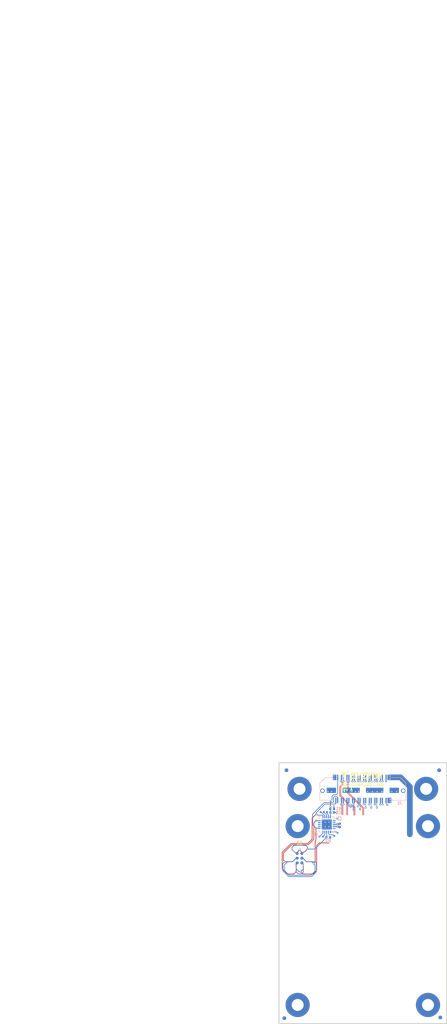
<source format=kicad_pcb>
(kicad_pcb (version 20171130) (host pcbnew "(5.1.9)-1")
  (title_block (title SZG-TEMPLATE-TXR) (rev A) (company "Opal Kelly Incorporated"))
  (layers (0 F.Cu signal) (1 In1.Cu signal) (2 In2.Cu signal) (31 B.Cu signal) (34 B.Paste user) (35 F.Paste user) (36 B.SilkS user) (37 F.SilkS user) (38 B.Mask user) (39 F.Mask user) (44 Edge.Cuts user))
  (net 0 "")
  (net 1 +5V)
  (net 2 GND)
  (net 3 +3V3)
  (net 4 "Net-(U1-Pad18)")
  (net 5 "Net-(U1-Pad19)")
  (net 6 "Net-(U1-Pad6)")
  (net 7 "Net-(U1-Pad17)")
  (net 8 "Net-(U1-Pad7)")
  (net 9 "Net-(U1-Pad10)")
  (net 10 /R_GA)
  (net 11 /RSVD_38)
  (net 12 /RSVD_37)
  (net 13 /C2P_CLKN)
  (net 14 /P2C_CLKN)
  (net 15 /C2P_CLKP)
  (net 16 /P2C_CLKP)
  (net 17 /MCU_SDA_MOSI)
  (net 18 /MCU_SCL_USCK)
  (net 19 /MCU_MISO)
  (net 20 /MCU_RESET_B)
  (net 21 "Net-(H1-Pad1)")
  (net 22 "Net-(H2-Pad1)")
  (net 23 "Net-(H3-Pad1)")
  (net 24 "Net-(H4-Pad1)")
  (net 25 "Net-(H5-Pad1)")
  (net 26 "Net-(H6-Pad1)")
  (net 27 /VIO)
  (net 28 "Net-(TP11-Pad1)")
  (net 29 "Net-(TP7-Pad1)")
  (net 30 "Net-(TP9-Pad1)")
  (net 31 "Net-(TP8-Pad1)")
  (net 32 "Net-(TP5-Pad1)")
  (net 33 "Net-(TP6-Pad1)")
  (net 34 "Net-(TP10-Pad1)")
  (net 35 /RX0P)
  (net 36 /RX0N)
  (net 37 /REFCLKN)
  (net 38 /TX2P)
  (net 39 /S6)
  (net 40 /TX1P)
  (net 41 /RS3P)
  (net 42 /TX3P)
  (net 43 /REFCLKP)
  (net 44 /S3)
  (net 45 /TX0P)
  (net 46 /S8)
  (net 47 /S9)
  (net 48 /RX1P)
  (net 49 /RX1N)
  (net 50 /TX2N)
  (net 51 /RX2P)
  (net 52 /S5)
  (net 53 /RX2N)
  (net 54 /TX3N)
  (net 55 /S7)
  (net 56 /S1)
  (net 57 /S2)
  (net 58 /S0)
  (net 59 /S4)
  (net 60 /TX1N)
  (net 61 /RX3N)
  (net 62 /TX0N)
  (module SYZYGY:Tag-Connect_TC2030-IDC-FP_2x03_P1.27mm_Vertical (layer F.Cu) (at 125.4 84.4 90)
    (fp_text reference J2 (at 4.05 0.05 180) (layer F.SilkS))
    (fp_text value Conn_01x06)
    (fp_text user %R (at 4.05 0.05 180) (layer B.SilkS) (effects (justify mirror)))
    (pad 6 connect circle (at 1.27 0.635 90) (size 0.7874 0.7874) (layers B.Cu B.Mask) (net 2 GND))
    (pad 2 connect circle (at -1.27 0.635 90) (size 0.7874 0.7874) (layers B.Cu B.Mask) (net 18 /MCU_SCL_USCK))
    (pad 5 connect circle (at 1.27 -0.635 90) (size 0.7874 0.7874) (layers B.Cu B.Mask) (net 20 /MCU_RESET_B))
    (pad 4 connect circle (at 0 0.635 90) (size 0.7874 0.7874) (layers B.Cu B.Mask) (net 19 /MCU_MISO))
    (pad 3 connect circle (at 0 -0.635 90) (size 0.7874 0.7874) (layers B.Cu B.Mask) (net 17 /MCU_SDA_MOSI))
    (pad 1 connect circle (at -1.27 -0.635 90) (size 0.7874 0.7874) (layers B.Cu B.Mask) (net 3 +3V3))
    (pad "" np_thru_hole circle (at -2.54 2.54 90) (size 2.3749 2.3749) (drill 2.3749) (layers *.Cu *.Mask))
    (pad "" np_thru_hole circle (at -2.54 -2.54 90) (size 2.3749 2.3749) (drill 2.3749) (layers *.Cu *.Mask))
    (pad "" np_thru_hole circle (at 0.635 -2.54 90) (size 2.3749 2.3749) (drill 2.3749) (layers *.Cu *.Mask))
    (pad "" np_thru_hole circle (at 0.635 2.54 90) (size 2.3749 2.3749) (drill 2.3749) (layers *.Cu *.Mask))
    (pad "" np_thru_hole circle (at 2.54 -1.016 90) (size 0.9906 0.9906) (drill 0.9906) (layers *.Cu *.Mask))
    (pad "" np_thru_hole circle (at 2.54 1.016 90) (size 0.9906 0.9906) (drill 0.9906) (layers *.Cu *.Mask))
    (pad "" np_thru_hole circle (at -2.54 0 90) (size 0.9906 0.9906) (drill 0.9906) (layers *.Cu *.Mask))
    (pad 1 connect circle (at -1.27 0.635 90) (size 0.7874 0.7874) (layers F.Cu F.Mask) (net 3 +3V3))
    (pad 2 connect circle (at -1.27 -0.635 90) (size 0.7874 0.7874) (layers F.Cu F.Mask) (net 18 /MCU_SCL_USCK))
    (pad 3 connect circle (at 0 0.635 90) (size 0.7874 0.7874) (layers F.Cu F.Mask) (net 17 /MCU_SDA_MOSI))
    (pad 4 connect circle (at 0 -0.635 90) (size 0.7874 0.7874) (layers F.Cu F.Mask) (net 19 /MCU_MISO))
    (pad 5 connect circle (at 1.27 0.635 90) (size 0.7874 0.7874) (layers F.Cu F.Mask) (net 20 /MCU_RESET_B))
    (pad 6 connect circle (at 1.27 -0.635 90) (size 0.7874 0.7874) (layers F.Cu F.Mask) (net 2 GND))
  )
  (module SYZYGY:QTH-020-01-F-D-DP-A (layer B.Cu) (at 142.40032 65.81)
    (fp_text reference J1 (at 9.9 3.8) (layer B.SilkS) (effects (font (size 0.762 0.762) (thickness 0.1905)) (justify mirror)))
    (fp_text value SYZYGY_TXR-4)
    (pad "" np_thru_hole circle (at 9.24 2.03 180) (size 1.02 1.02) (drill 1.02) (layers *.Cu *.Mask))
    (pad "" np_thru_hole circle (at -9.24 2.03 180) (size 1.02 1.02) (drill 1.02) (layers *.Cu *.Mask))
    (pad MH thru_hole circle (at -10.845 0.5 180) (size 1.2 1.2) (drill 0.8) (layers *.Cu *.Mask))
    (pad 5 smd rect (at -5.74999 3.09 180) (size 0.3 1.45) (layers B.Cu B.Paste B.Mask) (net 35 /RX0P))
    (pad MH thru_hole circle (at 10.845 0.5 180) (size 1.2 1.2) (drill 0.8) (layers *.Cu *.Mask))
    (pad 7 smd rect (at -5.25 3.09 180) (size 0.3 1.45) (layers B.Cu B.Paste B.Mask) (net 36 /RX0N))
    (pad 3 smd rect (at -6.75 3.09 180) (size 0.3 1.45) (layers B.Cu B.Paste B.Mask) (net 17 /MCU_SDA_MOSI))
    (pad 1 smd rect (at -7.25 3.09 180) (size 0.3 1.45) (layers B.Cu B.Paste B.Mask) (net 18 /MCU_SCL_USCK))
    (pad 15 smd rect (at -2.25 3.09 180) (size 0.3 1.45) (layers B.Cu B.Paste B.Mask) (net 37 /REFCLKN))
    (pad 30 smd rect (at 3.25001 -3.09 180) (size 0.3 1.45) (layers B.Cu B.Paste B.Mask) (net 38 /TX2P))
    (pad 33 smd rect (at 4.75 3.09 180) (size 0.3 1.45) (layers B.Cu B.Paste B.Mask) (net 16 /P2C_CLKP))
    (pad 8 smd rect (at -5.25 -3.09 180) (size 0.3 1.45) (layers B.Cu B.Paste B.Mask) (net 62 /TX0N))
    (pad 21 smd rect (at 0.25 3.09 180) (size 0.3 1.45) (layers B.Cu B.Paste B.Mask) (net 39 /S6))
    (pad 10 smd rect (at -4.25 -3.09 180) (size 0.3 1.45) (layers B.Cu B.Paste B.Mask) (net 40 /TX1P))
    (pad 0 smd rect (at -8.44 0 180) (size 2.54 0.64) (layers B.Cu B.Paste B.Mask) (net 2 GND))
    (pad 0 smd rect (at 3.18 0 180) (size 4.7 0.64) (layers B.Cu B.Paste B.Mask) (net 2 GND))
    (pad 25 smd rect (at 1.75 3.09 180) (size 0.3 1.45) (layers B.Cu B.Paste B.Mask) (net 41 /RS3P))
    (pad 26 smd rect (at 1.75 -3.09 180) (size 0.3 1.45) (layers B.Cu B.Paste B.Mask) (net 42 /TX3P))
    (pad 13 smd rect (at -2.75 3.09 180) (size 0.3 1.45) (layers B.Cu B.Paste B.Mask) (net 43 /REFCLKP))
    (pad 18 smd rect (at -1.25 -3.09 180) (size 0.3 1.45) (layers B.Cu B.Paste B.Mask) (net 44 /S3))
    (pad 6 smd rect (at -5.74999 -3.09 180) (size 0.3 1.45) (layers B.Cu B.Paste B.Mask) (net 45 /TX0P))
    (pad 23 smd rect (at 0.75 3.09 180) (size 0.3 1.45) (layers B.Cu B.Paste B.Mask) (net 46 /S8))
    (pad 24 smd rect (at 0.75 -3.09 180) (size 0.3 1.45) (layers B.Cu B.Paste B.Mask) (net 47 /S9))
    (pad 40 smd rect (at 6.75 -3.09 180) (size 0.3 1.45) (layers B.Cu B.Paste B.Mask) (net 3 +3V3))
    (pad 39 smd rect (at 6.75 3.09 180) (size 0.3 1.45) (layers B.Cu B.Paste B.Mask) (net 27 /VIO))
    (pad 9 smd rect (at -4.25 3.09 180) (size 0.3 1.45) (layers B.Cu B.Paste B.Mask) (net 48 /RX1P))
    (pad 11 smd rect (at -3.75 3.09 180) (size 0.3 1.45) (layers B.Cu B.Paste B.Mask) (net 49 /RX1N))
    (pad 32 smd rect (at 3.75 -3.09 180) (size 0.3 1.45) (layers B.Cu B.Paste B.Mask) (net 50 /TX2N))
    (pad 29 smd rect (at 3.25001 3.09 180) (size 0.3 1.45) (layers B.Cu B.Paste B.Mask) (net 51 /RX2P))
    (pad 37 smd rect (at 6.25 3.09 180) (size 0.3 1.45) (layers B.Cu B.Paste B.Mask) (net 12 /RSVD_37))
    (pad 20 smd rect (at -0.75 -3.09 180) (size 0.3 1.45) (layers B.Cu B.Paste B.Mask) (net 52 /S5))
    (pad 31 smd rect (at 3.75 3.09 180) (size 0.3 1.45) (layers B.Cu B.Paste B.Mask) (net 53 /RX2N))
    (pad 28 smd rect (at 2.25 -3.09 180) (size 0.3 1.45) (layers B.Cu B.Paste B.Mask) (net 54 /TX3N))
    (pad 22 smd rect (at 0.25 -3.09 180) (size 0.3 1.45) (layers B.Cu B.Paste B.Mask) (net 55 /S7))
    (pad 16 smd rect (at -2.25 -3.09 180) (size 0.3 1.45) (layers B.Cu B.Paste B.Mask) (net 56 /S1))
    (pad 17 smd rect (at -1.25 3.09 180) (size 0.3 1.45) (layers B.Cu B.Paste B.Mask) (net 57 /S2))
    (pad 14 smd rect (at -2.75 -3.09 180) (size 0.3 1.45) (layers B.Cu B.Paste B.Mask) (net 58 /S0))
    (pad 19 smd rect (at -0.75 3.09 180) (size 0.3 1.45) (layers B.Cu B.Paste B.Mask) (net 59 /S4))
    (pad 12 smd rect (at -3.75 -3.09 180) (size 0.3 1.45) (layers B.Cu B.Paste B.Mask) (net 60 /TX1N))
    (pad 2 smd rect (at -7.25 -3.09 180) (size 0.3 1.45) (layers B.Cu B.Paste B.Mask) (net 1 +5V))
    (pad 27 smd rect (at 2.25 3.09 180) (size 0.3 1.45) (layers B.Cu B.Paste B.Mask) (net 61 /RX3N))
    (pad 34 smd rect (at 4.75 -3.09 180) (size 0.3 1.45) (layers B.Cu B.Paste B.Mask) (net 15 /C2P_CLKP))
    (pad 4 smd rect (at -6.75 -3.09 180) (size 0.3 1.45) (layers B.Cu B.Paste B.Mask) (net 10 /R_GA))
    (pad 35 smd rect (at 5.25 3.09 180) (size 0.3 1.45) (layers B.Cu B.Paste B.Mask) (net 14 /P2C_CLKN))
    (pad 38 smd rect (at 6.25 -3.09 180) (size 0.3 1.45) (layers B.Cu B.Paste B.Mask) (net 11 /RSVD_38))
    (pad 36 smd rect (at 5.25 -3.09 180) (size 0.3 1.45) (layers B.Cu B.Paste B.Mask) (net 13 /C2P_CLKN))
    (pad 0 smd rect (at 8.44 0 180) (size 2.54 0.64) (layers B.Cu B.Paste B.Mask) (net 2 GND))
    (pad 0 smd rect (at -3.17 0 180) (size 4.7 0.64) (layers B.Cu B.Paste B.Mask) (net 2 GND))
  )
  (module SYZYGY:MountingHole_3.2mm_M3_6.5mm_Pad_TopBottom (layer F.Cu) (at 159.9 123.8)
    (fp_text reference H6 hide)
    (fp_text value MountingHole_Pad hide)
    (pad 1 connect circle (at 0 0) (size 6.5 6.5) (layers F.Cu F.Mask) (net 26 "Net-(H6-Pad1)"))
    (pad 1 thru_hole circle (at 0 0) (size 3.6 3.6) (drill 3.2) (layers *.Cu *.Mask) (net 26 "Net-(H6-Pad1)"))
    (pad 1 connect circle (at 0 0) (size 6.5 6.5) (layers B.Cu B.Mask) (net 26 "Net-(H6-Pad1)"))
  )
  (module SYZYGY:MountingHole_3.2mm_M3_6.5mm_Pad_TopBottom (layer F.Cu) (at 124.9 123.8)
    (fp_text reference H5 hide)
    (fp_text value MountingHole_Pad hide)
    (pad 1 connect circle (at 0 0) (size 6.5 6.5) (layers F.Cu F.Mask) (net 25 "Net-(H5-Pad1)"))
    (pad 1 thru_hole circle (at 0 0) (size 3.6 3.6) (drill 3.2) (layers *.Cu *.Mask) (net 25 "Net-(H5-Pad1)"))
    (pad 1 connect circle (at 0 0) (size 6.5 6.5) (layers B.Cu B.Mask) (net 25 "Net-(H5-Pad1)"))
  )
  (module SYZYGY:MountingHole_3.2mm_M3_6.5mm_Pad_TopBottom (layer F.Cu) (at 159.9 75.8)
    (fp_text reference H4 hide)
    (fp_text value MountingHole_Pad hide)
    (pad 1 connect circle (at 0 0) (size 6.5 6.5) (layers F.Cu F.Mask) (net 24 "Net-(H4-Pad1)"))
    (pad 1 thru_hole circle (at 0 0) (size 3.6 3.6) (drill 3.2) (layers *.Cu *.Mask) (net 24 "Net-(H4-Pad1)"))
    (pad 1 connect circle (at 0 0) (size 6.5 6.5) (layers B.Cu B.Mask) (net 24 "Net-(H4-Pad1)"))
  )
  (module SYZYGY:MountingHole_3.2mm_M3_6.5mm_Pad_TopBottom (layer F.Cu) (at 124.9 75.8)
    (fp_text reference H3 hide)
    (fp_text value MountingHole_Pad hide)
    (pad 1 connect circle (at 0 0) (size 6.5 6.5) (layers F.Cu F.Mask) (net 23 "Net-(H3-Pad1)"))
    (pad 1 thru_hole circle (at 0 0) (size 3.6 3.6) (drill 3.2) (layers *.Cu *.Mask) (net 23 "Net-(H3-Pad1)"))
    (pad 1 connect circle (at 0 0) (size 6.5 6.5) (layers B.Cu B.Mask) (net 23 "Net-(H3-Pad1)"))
  )
  (module SYZYGY:MountingHole_3.2mm_M3_6.5mm_Pad_TopBottom (layer F.Cu) (at 159.4 65.8)
    (fp_text reference H2 hide)
    (fp_text value MountingHole_Pad hide)
    (pad 1 connect circle (at 0 0) (size 6.5 6.5) (layers F.Cu F.Mask) (net 22 "Net-(H2-Pad1)"))
    (pad 1 thru_hole circle (at 0 0) (size 3.6 3.6) (drill 3.2) (layers *.Cu *.Mask) (net 22 "Net-(H2-Pad1)"))
    (pad 1 connect circle (at 0 0) (size 6.5 6.5) (layers B.Cu B.Mask) (net 22 "Net-(H2-Pad1)"))
  )
  (module SYZYGY:MountingHole_3.2mm_M3_6.5mm_Pad_TopBottom (layer F.Cu) (at 125.4 65.8)
    (fp_text reference H1 hide)
    (fp_text value MountingHole_Pad hide)
    (pad 1 connect circle (at 0 0) (size 6.5 6.5) (layers F.Cu F.Mask) (net 21 "Net-(H1-Pad1)"))
    (pad 1 thru_hole circle (at 0 0) (size 3.6 3.6) (drill 3.2) (layers *.Cu *.Mask) (net 21 "Net-(H1-Pad1)"))
    (pad 1 connect circle (at 0 0) (size 6.5 6.5) (layers B.Cu B.Mask) (net 21 "Net-(H1-Pad1)"))
  )
  (module SYZYGY:QFN-24-4x4mm (layer B.Cu) (at 132.7016 75.3608)
    (fp_text reference U1 (at -3.3016 2.7392) (layer B.SilkS) (effects (justify mirror)))
    (fp_text value ATtiny44A-MU)
    (pad 21 smd rect (at 0 0 270) (size 2.7 2.7) (layers B.Cu B.Paste B.Mask) (net 2 GND))
    (pad 18 smd oval (at -2 0 270) (size 0.25 0.8) (layers B.Cu B.Paste B.Mask) (net 4 "Net-(U1-Pad18)"))
    (pad 19 smd oval (at -2 -0.5 270) (size 0.25 0.8) (layers B.Cu B.Paste B.Mask) (net 5 "Net-(U1-Pad19)"))
    (pad 15 smd oval (at -1 2 180) (size 0.25 0.8) (layers B.Cu B.Paste B.Mask) (net 28 "Net-(TP11-Pad1)"))
    (pad 20 smd oval (at -2 -1 270) (size 0.25 0.8) (layers B.Cu B.Paste B.Mask) (net 19 /MCU_MISO))
    (pad 16 smd oval (at -2 1 270) (size 0.25 0.8) (layers B.Cu B.Paste B.Mask) (net 17 /MCU_SDA_MOSI))
    (pad 12 smd oval (at 0.5 2 180) (size 0.25 0.8) (layers B.Cu B.Paste B.Mask) (net 29 "Net-(TP7-Pad1)"))
    (pad 8 smd oval (at 2 0 270) (size 0.25 0.8) (layers B.Cu B.Paste B.Mask) (net 2 GND))
    (pad 6 smd oval (at 2 -1 270) (size 0.25 0.8) (layers B.Cu B.Paste B.Mask) (net 6 "Net-(U1-Pad6)"))
    (pad 1 smd oval (at -1 -2 180) (size 0.25 0.8) (layers B.Cu B.Paste B.Mask) (net 18 /MCU_SCL_USCK))
    (pad 17 smd oval (at -2 0.5 270) (size 0.25 0.8) (layers B.Cu B.Paste B.Mask) (net 7 "Net-(U1-Pad17)"))
    (pad 14 smd oval (at -0.5 2 180) (size 0.25 0.8) (layers B.Cu B.Paste B.Mask) (net 30 "Net-(TP9-Pad1)"))
    (pad 13 smd oval (at 0 2 180) (size 0.25 0.8) (layers B.Cu B.Paste B.Mask) (net 20 /MCU_RESET_B))
    (pad 7 smd oval (at 2 -0.5 270) (size 0.25 0.8) (layers B.Cu B.Paste B.Mask) (net 8 "Net-(U1-Pad7)"))
    (pad 9 smd oval (at 2 0.5 270) (size 0.25 0.8) (layers B.Cu B.Paste B.Mask) (net 3 +3V3))
    (pad 3 smd oval (at 0 -2 180) (size 0.25 0.8) (layers B.Cu B.Paste B.Mask) (net 31 "Net-(TP8-Pad1)"))
    (pad 10 smd oval (at 2 1 270) (size 0.25 0.8) (layers B.Cu B.Paste B.Mask) (net 9 "Net-(U1-Pad10)"))
    (pad 11 smd oval (at 1 2 180) (size 0.25 0.8) (layers B.Cu B.Paste B.Mask) (net 32 "Net-(TP5-Pad1)"))
    (pad 5 smd oval (at 1 -2 180) (size 0.25 0.8) (layers B.Cu B.Paste B.Mask) (net 10 /R_GA))
    (pad 4 smd oval (at 0.5 -2 180) (size 0.25 0.8) (layers B.Cu B.Paste B.Mask) (net 33 "Net-(TP6-Pad1)"))
    (pad 2 smd oval (at -0.5 -2 180) (size 0.25 0.8) (layers B.Cu B.Paste B.Mask) (net 34 "Net-(TP10-Pad1)"))
  )
  (module SYZYGY:SYZYGY_Logo (layer F.Cu) (at 141.85 62.15)
    (fp_text reference G*** hide)
    (fp_text value LOGO hide)
  )
  (module SYZYGY:TestPoint-20mil (layer B.Cu) (at 130.7458 78.612)
    (fp_text reference TP11 hide)
    (fp_text value TestPoint hide)
    (pad 1 smd circle (at 0 0 90) (size 0.508 0.508) (layers B.Cu B.Mask) (net 28 "Net-(TP11-Pad1)"))
  )
  (module SYZYGY:TestPoint-20mil (layer B.Cu) (at 131.0506 72.0334)
    (fp_text reference TP10 hide)
    (fp_text value TestPoint hide)
    (pad 1 smd circle (at 0 0 90) (size 0.508 0.508) (layers B.Cu B.Mask) (net 34 "Net-(TP10-Pad1)"))
  )
  (module SYZYGY:TestPoint-20mil (layer B.Cu) (at 131.6602 78.612)
    (fp_text reference TP9 hide)
    (fp_text value TestPoint hide)
    (pad 1 smd circle (at 0 0 90) (size 0.508 0.508) (layers B.Cu B.Mask) (net 30 "Net-(TP9-Pad1)"))
  )
  (module SYZYGY:TestPoint-20mil (layer B.Cu) (at 131.9142 72.0334)
    (fp_text reference TP8 hide)
    (fp_text value TestPoint hide)
    (pad 1 smd circle (at 0 0 90) (size 0.508 0.508) (layers B.Cu B.Mask) (net 31 "Net-(TP8-Pad1)"))
  )
  (module SYZYGY:TestPoint-20mil (layer B.Cu) (at 134.7336 78.4596)
    (fp_text reference TP7 hide)
    (fp_text value TestPoint hide)
    (pad 1 smd circle (at 0 0 90) (size 0.508 0.508) (layers B.Cu B.Mask) (net 29 "Net-(TP7-Pad1)"))
  )
  (module SYZYGY:TestPoint-20mil (layer B.Cu) (at 132.7778 72.0334)
    (fp_text reference TP6 hide)
    (fp_text value TestPoint hide)
    (pad 1 smd circle (at 0 0 90) (size 0.508 0.508) (layers B.Cu B.Mask) (net 33 "Net-(TP6-Pad1)"))
  )
  (module SYZYGY:TestPoint-20mil (layer B.Cu) (at 135.6226 77.596)
    (fp_text reference TP5 hide)
    (fp_text value TestPoint hide)
    (pad 1 smd circle (at 0 0 90) (size 0.508 0.508) (layers B.Cu B.Mask) (net 32 "Net-(TP5-Pad1)"))
  )
  (module Resistor_SMD:R_0402_1005Metric (layer B.Cu) (at 134.1748 71.1698 180)
    (fp_text reference R1 (at -1.7252 0.0698) (layer B.SilkS) (effects (font (size 0.762 0.762) (thickness 0.1905)) (justify mirror)))
    (fp_text value 10K)
    (pad 2 smd roundrect (at 0.51 0 180) (size 0.54 0.64) (layers B.Cu B.Paste B.Mask) (net 10 /R_GA))
    (pad 1 smd roundrect (at -0.51 0 180) (size 0.54 0.64) (layers B.Cu B.Paste B.Mask) (net 3 +3V3))
  )
  (module Resistor_SMD:R_0402_1005Metric (layer B.Cu) (at 133.1334 78.7898 180)
    (fp_text reference R2 (at 0.0334 -1.0102) (layer B.SilkS) (effects (font (size 0.762 0.762) (thickness 0.1905)) (justify mirror)))
    (fp_text value 10K)
    (pad 2 smd roundrect (at 0.51 0 180) (size 0.54 0.64) (layers B.Cu B.Paste B.Mask) (net 20 /MCU_RESET_B))
    (pad 1 smd roundrect (at -0.51 0 180) (size 0.54 0.64) (layers B.Cu B.Paste B.Mask) (net 3 +3V3))
  )
  (module Capacitor_SMD:C_0402_1005Metric (layer B.Cu) (at 134.1748 72.135)
    (fp_text reference C2 (at 1.7252 0.065) (layer B.SilkS) (effects (font (size 0.762 0.762) (thickness 0.1905)) (justify mirror)))
    (fp_text value "0.1uF DNP")
    (pad 2 smd roundrect (at 0.48 0) (size 0.56 0.62) (layers B.Cu B.Paste B.Mask) (net 2 GND))
    (pad 1 smd roundrect (at -0.48 0) (size 0.56 0.62) (layers B.Cu B.Paste B.Mask) (net 10 /R_GA))
  )
  (module Capacitor_SMD:C_0402_1005Metric (layer B.Cu) (at 136.2068 75.6148 90)
    (fp_text reference C1 (at 1.8148 -0.0068 90) (layer B.SilkS) (effects (font (size 0.762 0.762) (thickness 0.1905)) (justify mirror)))
    (fp_text value 0.1uF)
    (pad 2 smd roundrect (at 0.48 0 90) (size 0.56 0.62) (layers B.Cu B.Paste B.Mask) (net 2 GND))
    (pad 1 smd roundrect (at -0.48 0 90) (size 0.56 0.62) (layers B.Cu B.Paste B.Mask) (net 3 +3V3))
  )
  (module okLogo-23x5 (layer F.Cu) (at 54.103 -144.9488)
    (fp_text reference *1 hide)
    (fp_text value "Opal Kelly Logo" hide)
  )
  (module Fiducial:Fiducial_1mm_Mask2mm (layer B.Cu) (at 163.2124 127.1652)
    (fp_text reference FID1 hide)
    (fp_text value Fiducial hide)
    (pad "" smd circle (at 0 0) (size 1 1) (layers B.Cu B.Mask) (clearance 0.5))
  )
  (module Fiducial:Fiducial_1mm_Mask2mm (layer B.Cu) (at 121.3224 127.3508)
    (fp_text reference FID2 hide)
    (fp_text value Fiducial hide)
    (pad "" smd circle (at 0 0) (size 1 1) (layers B.Cu B.Mask) (clearance 0.5))
  )
  (module Fiducial:Fiducial_1mm_Mask2mm (layer B.Cu) (at 162.9 60.8)
    (fp_text reference FID3 hide)
    (fp_text value Fiducial hide)
    (pad "" smd circle (at 0 0) (size 1 1) (layers B.Cu B.Mask) (clearance 0.5))
  )
  (module Fiducial:Fiducial_1mm_Mask2mm (layer B.Cu) (at 121.9 60.8)
    (fp_text reference FID4 hide)
    (fp_text value Fiducial hide)
    (pad "" smd circle (at 0 0) (size 1 1) (layers B.Cu B.Mask) (clearance 0.5))
  )
  (module Fiducial:Fiducial_1mm_Mask2mm (layer F.Cu) (at 121.9 60.8)
    (fp_text reference FID5 hide)
    (fp_text value Fiducial hide)
    (pad "" smd circle (at 0 0) (size 1 1) (layers F.Cu F.Mask) (clearance 0.5))
  )
  (module Fiducial:Fiducial_1mm_Mask2mm (layer F.Cu) (at 162.9 60.8)
    (fp_text reference FID6 hide)
    (fp_text value Fiducial hide)
    (pad "" smd circle (at 0 0) (size 1 1) (layers F.Cu F.Mask) (clearance 0.5))
  )
  (module Fiducial:Fiducial_1mm_Mask2mm (layer F.Cu) (at 121.3224 127.3508)
    (fp_text reference FID7 hide)
    (fp_text value Fiducial hide)
    (pad "" smd circle (at 0 0) (size 1 1) (layers F.Cu F.Mask) (clearance 0.5))
  )
  (module Fiducial:Fiducial_1mm_Mask2mm (layer F.Cu) (at 163.2124 127.1652)
    (fp_text reference FID8 hide)
    (fp_text value Fiducial hide)
    (pad "" smd circle (at 0 0) (size 1 1) (layers F.Cu F.Mask) (clearance 0.5))
  )
  (gr_line (start 164.9 58.8) (end 119.9 58.8) (layer Edge.Cuts) (width 0.254))
  (gr_line (start 164.9 128.8) (end 164.9 58.8) (layer Edge.Cuts) (width 0.254))
  (gr_line (start 119.9 128.8) (end 164.9 128.8) (layer Edge.Cuts) (width 0.254))
  (gr_line (start 119.9 58.8) (end 119.9 128.8) (layer Edge.Cuts) (width 0.254))
  (gr_line (start 152.5 62.75) (end 153.95 64.2) (layer B.SilkS) (width 0.12))
  (gr_text "SZG-TEMPLATE-TXR\nRev A" (at 136.283 65.3762) (layer F.SilkS) (effects (font (size 0.762 0.762) (thickness 0.1905)) (justify left)))
  (via (at 134.66873 63.1) (size 0.508) (drill 0.254) (layers F.Cu B.Cu) (net 1))
  (via (at 134.66873 62.3086) (size 0.508) (drill 0.254) (layers F.Cu B.Cu) (net 1))
  (via (at 141.27632 66.5316) (size 0.508) (drill 0.254) (layers F.Cu B.Cu) (net 2))
  (via (at 140.43812 66.5316) (size 0.508) (drill 0.254) (layers F.Cu B.Cu) (net 2))
  (via (at 137.4514 66.5446) (size 0.508) (drill 0.254) (layers F.Cu B.Cu) (net 2))
  (via (at 139.42212 66.5316) (size 0.508) (drill 0.254) (layers F.Cu B.Cu) (net 2))
  (via (at 147.49932 66.5504) (size 0.508) (drill 0.254) (layers F.Cu B.Cu) (net 2))
  (via (at 143.68932 66.5504) (size 0.508) (drill 0.254) (layers F.Cu B.Cu) (net 2))
  (via (at 146.22932 66.5504) (size 0.508) (drill 0.254) (layers F.Cu B.Cu) (net 2))
  (via (at 144.95932 66.5504) (size 0.508) (drill 0.254) (layers F.Cu B.Cu) (net 2))
  (via (at 150.16632 66.5504) (size 0.508) (drill 0.254) (layers F.Cu B.Cu) (net 2))
  (via (at 151.43632 66.5504) (size 0.508) (drill 0.254) (layers F.Cu B.Cu) (net 2))
  (via (at 133.0572 66.5446) (size 0.508) (drill 0.254) (layers F.Cu B.Cu) (net 2))
  (via (at 125.4 82.1) (size 0.508) (drill 0.254) (layers F.Cu B.Cu) (net 2))
  (via (at 132.2952 75.9608) (size 0.508) (drill 0.254) (layers F.Cu B.Cu) (net 2))
  (via (at 133.3016 75.9608) (size 0.508) (drill 0.254) (layers F.Cu B.Cu) (net 2))
  (via (at 132.2952 74.7512) (size 0.508) (drill 0.254) (layers F.Cu B.Cu) (net 2))
  (via (at 133.3016 74.7512) (size 0.508) (drill 0.254) (layers F.Cu B.Cu) (net 2))
  (segment (start 134.6348 72.135) (end 135.394 72.135) (width 0.254) (layer B.Cu) (net 2))
  (segment (start 134.7016 75.3608) (end 135.4194 75.3608) (width 0.2286) (layer B.Cu) (net 2))
  (segment (start 135.4194 75.3608) (end 135.521 75.2592) (width 0.2286) (layer B.Cu) (net 2))
  (segment (start 136.1024 75.2592) (end 136.2068 75.1548) (width 0.4064) (layer B.Cu) (net 2))
  (segment (start 135.521 75.2592) (end 136.1024 75.2592) (width 0.4064) (layer B.Cu) (net 2))
  (via (at 135.521 75.2592) (size 0.508) (drill 0.254) (layers F.Cu B.Cu) (net 2))
  (via (at 135.394 72.135) (size 0.508) (drill 0.254) (layers F.Cu B.Cu) (net 2))
  (via (at 135.4194 73.786) (size 0.508) (drill 0.254) (layers F.Cu B.Cu) (net 2))
  (via (at 134.0224 66.5446) (size 0.508) (drill 0.254) (layers F.Cu B.Cu) (net 2))
  (segment (start 125.4 82.2) (end 125.4 82.1) (width 0.1778) (layer F.Cu) (net 2))
  (segment (start 124.765 82.835) (end 125.4 82.2) (width 0.1778) (layer F.Cu) (net 2))
  (segment (start 124.765 83.13) (end 124.765 82.835) (width 0.1778) (layer F.Cu) (net 2))
  (segment (start 125.4 82.2) (end 125.4 82.1) (width 0.1778) (layer B.Cu) (net 2))
  (segment (start 126.035 82.835) (end 125.4 82.2) (width 0.1778) (layer B.Cu) (net 2))
  (segment (start 126.035 83.13) (end 126.035 82.835) (width 0.1778) (layer B.Cu) (net 2))
  (via (at 149.73552 62.3748) (size 0.508) (drill 0.254) (layers F.Cu B.Cu) (net 3))
  (via (at 149.73552 63.1114) (size 0.508) (drill 0.254) (layers F.Cu B.Cu) (net 3))
  (via (at 125.7 88.05) (size 0.508) (drill 0.254) (layers F.Cu B.Cu) (net 3))
  (segment (start 126.428699 87.321301) (end 125.7 88.05) (width 0.1778) (layer F.Cu) (net 3))
  (segment (start 124.5 87.25921) (end 125.29079 88.05) (width 0.1778) (layer B.Cu) (net 3))
  (segment (start 124.5 85.935) (end 124.5 87.25921) (width 0.1778) (layer B.Cu) (net 3))
  (segment (start 126.035 85.67) (end 126.428699 86.063699) (width 0.1778) (layer F.Cu) (net 3))
  (segment (start 126.428699 86.063699) (end 126.428699 87.321301) (width 0.1778) (layer F.Cu) (net 3))
  (segment (start 124.765 85.67) (end 124.5 85.935) (width 0.1778) (layer B.Cu) (net 3))
  (segment (start 125.29079 88.05) (end 125.7 88.05) (width 0.1778) (layer B.Cu) (net 3))
  (segment (start 133.5834 79.3304) (end 133.5834 78.7898) (width 0.1778) (layer B.Cu) (net 3))
  (segment (start 133.4128 79.501) (end 133.5834 79.3304) (width 0.1778) (layer B.Cu) (net 3))
  (segment (start 134.7016 75.8608) (end 135.4368 75.8608) (width 0.2286) (layer B.Cu) (net 3))
  (segment (start 135.4368 75.8608) (end 135.521 75.945) (width 0.2286) (layer B.Cu) (net 3))
  (segment (start 136.077 75.945) (end 136.2068 76.0748) (width 0.4064) (layer B.Cu) (net 3))
  (segment (start 135.521 75.945) (end 136.077 75.945) (width 0.4064) (layer B.Cu) (net 3))
  (segment (start 134.6248 71.1698) (end 134.6248 70.5166) (width 0.1778) (layer B.Cu) (net 3))
  (segment (start 134.6248 70.5166) (end 134.632 70.5094) (width 0.1778) (layer B.Cu) (net 3))
  (via (at 135.521 75.945) (size 0.508) (drill 0.254) (layers F.Cu B.Cu) (net 3))
  (via (at 133.4128 79.501) (size 0.508) (drill 0.254) (layers F.Cu B.Cu) (net 3))
  (via (at 134.632 70.5094) (size 0.508) (drill 0.254) (layers F.Cu B.Cu) (net 3))
  (via (at 133.1 80.3) (size 0.508) (drill 0.254) (layers F.Cu B.Cu) (net 3))
  (segment (start 130 81.0318) (end 130.7318 80.3) (width 0.1778) (layer F.Cu) (net 3))
  (segment (start 130 87.7) (end 130 81.0318) (width 0.1778) (layer F.Cu) (net 3))
  (segment (start 130.7318 80.3) (end 133.1 80.3) (width 0.1778) (layer F.Cu) (net 3))
  (segment (start 126.3 88.65) (end 129.05 88.65) (width 0.1778) (layer F.Cu) (net 3))
  (segment (start 129.05 88.65) (end 130 87.7) (width 0.1778) (layer F.Cu) (net 3))
  (segment (start 125.7 88.05) (end 126.3 88.65) (width 0.1778) (layer F.Cu) (net 3))
  (segment (start 155.0282 65.1984) (end 155.0282 78) (width 1.524) (layer B.Cu) (net 3))
  (segment (start 152.5414 62.7116) (end 155.0282 65.1984) (width 1.524) (layer B.Cu) (net 3))
  (segment (start 149.81172 62.7116) (end 152.5414 62.7116) (width 1.524) (layer B.Cu) (net 3))
  (segment (start 133.7016 71.193) (end 133.7248 71.1698) (width 0.1778) (layer B.Cu) (net 10))
  (segment (start 133.7248 71.1698) (end 133.7248 70.4658) (width 0.1778) (layer B.Cu) (net 10))
  (segment (start 133.7176 70.4586) (end 133.7248 70.4658) (width 0.1778) (layer B.Cu) (net 10))
  (segment (start 133.7016 73.3608) (end 133.7016 71.193) (width 0.1778) (layer B.Cu) (net 10))
  (via (at 133.7176 70.5094) (size 0.508) (drill 0.254) (layers F.Cu B.Cu) (net 10))
  (segment (start 135.65032 62.72) (end 135.65032 66.99948) (width 0.1778) (layer B.Cu) (net 10))
  (segment (start 135.65032 66.99948) (end 135.267 67.3828) (width 0.1778) (layer B.Cu) (net 10))
  (segment (start 135.267 67.3828) (end 134.5304 67.3828) (width 0.1778) (layer B.Cu) (net 10))
  (segment (start 134.5304 67.3828) (end 134.1494 67.7638) (width 0.1778) (layer B.Cu) (net 10))
  (segment (start 134.1494 67.7638) (end 134.1494 68.7036) (width 0.1778) (layer B.Cu) (net 10))
  (via (at 133.9208 68.9322) (size 0.508) (drill 0.254) (layers F.Cu B.Cu) (net 10))
  (segment (start 134.1494 68.7036) (end 133.9208 68.9322) (width 0.1778) (layer B.Cu) (net 10))
  (segment (start 133.7176 69.1354) (end 133.9208 68.9322) (width 0.1778) (layer F.Cu) (net 10))
  (segment (start 133.7176 70.5094) (end 133.7176 69.1354) (width 0.1778) (layer F.Cu) (net 10))
  (via (at 148.65032 63.7884) (size 0.508) (drill 0.254) (layers F.Cu B.Cu) (net 11))
  (segment (start 148.65032 63.7884) (end 148.65032 62.72) (width 0.127) (layer B.Cu) (net 11))
  (via (at 148.94712 70.0876) (size 0.508) (drill 0.254) (layers F.Cu B.Cu) (net 12))
  (segment (start 148.65032 69.7908) (end 148.94712 70.0876) (width 0.127) (layer B.Cu) (net 12))
  (segment (start 148.65032 69.7908) (end 148.65032 68.9) (width 0.127) (layer B.Cu) (net 12))
  (via (at 147.72972 63.7884) (size 0.508) (drill 0.254) (layers F.Cu B.Cu) (net 13))
  (segment (start 147.65032 63.709) (end 147.72972 63.7884) (width 0.13335) (layer B.Cu) (net 13))
  (segment (start 147.65032 63.709) (end 147.65032 62.72) (width 0.13335) (layer B.Cu) (net 13))
  (via (at 147.72792 69.9606) (size 0.508) (drill 0.254) (layers F.Cu B.Cu) (net 14))
  (segment (start 147.65032 69.883) (end 147.65032 68.9) (width 0.13335) (layer B.Cu) (net 14))
  (segment (start 147.65032 69.883) (end 147.72792 69.9606) (width 0.13335) (layer B.Cu) (net 14))
  (via (at 147.06932 63.7884) (size 0.508) (drill 0.254) (layers F.Cu B.Cu) (net 15))
  (segment (start 147.06932 63.7884) (end 147.15032 63.7074) (width 0.13335) (layer B.Cu) (net 15))
  (segment (start 147.15032 63.7074) (end 147.15032 62.72) (width 0.13335) (layer B.Cu) (net 15))
  (via (at 147.06752 69.9606) (size 0.508) (drill 0.254) (layers F.Cu B.Cu) (net 16))
  (segment (start 147.15032 69.8778) (end 147.15032 68.9) (width 0.13335) (layer B.Cu) (net 16))
  (segment (start 147.06752 69.9606) (end 147.15032 69.8778) (width 0.13335) (layer B.Cu) (net 16))
  (segment (start 130.6922 76.3514) (end 130.7016 76.3608) (width 0.1778) (layer B.Cu) (net 17))
  (segment (start 129.7806 76.3514) (end 130.6922 76.3514) (width 0.1778) (layer B.Cu) (net 17))
  (via (at 129.806 76.326) (size 0.508) (drill 0.254) (layers F.Cu B.Cu) (net 17))
  (segment (start 129.7 76.432) (end 129.806 76.326) (width 0.1778) (layer F.Cu) (net 17))
  (via (at 129.199996 85.81991) (size 0.508) (drill 0.254) (layers F.Cu B.Cu) (net 17))
  (segment (start 129.6 85.419906) (end 129.199996 85.81991) (width 0.1778) (layer F.Cu) (net 17))
  (segment (start 129.6 79.8316) (end 129.6 85.419906) (width 0.1778) (layer F.Cu) (net 17))
  (segment (start 129.806 79.6256) (end 129.6 79.8316) (width 0.1778) (layer F.Cu) (net 17))
  (segment (start 129.806 76.326) (end 129.806 79.6256) (width 0.1778) (layer F.Cu) (net 17))
  (segment (start 135.65032 68.05032) (end 135.65032 68.9) (width 0.1778) (layer B.Cu) (net 17))
  (segment (start 134.75 67.85) (end 135.45 67.85) (width 0.1778) (layer B.Cu) (net 17))
  (segment (start 134.5558 68.0442) (end 134.75 67.85) (width 0.1778) (layer B.Cu) (net 17))
  (segment (start 134.5558 69.2624) (end 134.5558 68.0442) (width 0.1778) (layer B.Cu) (net 17))
  (segment (start 135.45 67.85) (end 135.65032 68.05032) (width 0.1778) (layer B.Cu) (net 17))
  (segment (start 134.3682 69.45) (end 134.5558 69.2624) (width 0.1778) (layer B.Cu) (net 17))
  (segment (start 132.05 69.45) (end 134.3682 69.45) (width 0.1778) (layer B.Cu) (net 17))
  (segment (start 128.917 72.583) (end 132.05 69.45) (width 0.1778) (layer B.Cu) (net 17))
  (segment (start 128.917 75.437) (end 128.917 72.583) (width 0.1778) (layer B.Cu) (net 17))
  (segment (start 129.806 76.326) (end 128.917 75.437) (width 0.1778) (layer B.Cu) (net 17))
  (segment (start 127.25 85.35) (end 128.730086 85.35) (width 0.1778) (layer F.Cu) (net 17))
  (segment (start 128.730086 85.35) (end 129.199996 85.81991) (width 0.1778) (layer F.Cu) (net 17))
  (segment (start 126.3 84.4) (end 127.25 85.35) (width 0.1778) (layer F.Cu) (net 17))
  (segment (start 126.035 84.4) (end 126.3 84.4) (width 0.1778) (layer F.Cu) (net 17))
  (segment (start 129.55 86.169914) (end 129.199996 85.81991) (width 0.1778) (layer B.Cu) (net 17))
  (segment (start 122.65 89) (end 128.425 89) (width 0.1778) (layer B.Cu) (net 17))
  (segment (start 129.55 87.875) (end 129.55 86.169914) (width 0.1778) (layer B.Cu) (net 17))
  (segment (start 121.275 87.625) (end 122.65 89) (width 0.1778) (layer B.Cu) (net 17))
  (segment (start 121.275 86.275) (end 121.275 87.625) (width 0.1778) (layer B.Cu) (net 17))
  (segment (start 122.2 85.35) (end 121.275 86.275) (width 0.1778) (layer B.Cu) (net 17))
  (segment (start 128.425 89) (end 129.55 87.875) (width 0.1778) (layer B.Cu) (net 17))
  (segment (start 123.55 85.35) (end 122.2 85.35) (width 0.1778) (layer B.Cu) (net 17))
  (segment (start 124.5 84.4) (end 123.55 85.35) (width 0.1778) (layer B.Cu) (net 17))
  (segment (start 124.765 84.4) (end 124.5 84.4) (width 0.1778) (layer B.Cu) (net 17))
  (via (at 124.5 88.05) (size 0.508) (drill 0.254) (layers F.Cu B.Cu) (net 18))
  (segment (start 126.4 86.035) (end 126.035 85.67) (width 0.1778) (layer B.Cu) (net 18))
  (segment (start 124.765 85.67) (end 124.5 85.935) (width 0.1778) (layer F.Cu) (net 18))
  (segment (start 124.5 85.935) (end 124.5 88.05) (width 0.1778) (layer F.Cu) (net 18))
  (segment (start 124.5 88.05) (end 124.5 88.05) (width 0.1778) (layer F.Cu) (net 18))
  (segment (start 126 88.6) (end 126.4 88.2) (width 0.1778) (layer B.Cu) (net 18))
  (segment (start 126.4 88.2) (end 126.4 86.035) (width 0.1778) (layer B.Cu) (net 18))
  (segment (start 125.05 88.6) (end 126 88.6) (width 0.1778) (layer B.Cu) (net 18))
  (segment (start 124.5 88.05) (end 125.05 88.6) (width 0.1778) (layer B.Cu) (net 18))
  (segment (start 131.5078 72.8716) (end 131.7016 73.0654) (width 0.1778) (layer B.Cu) (net 18))
  (segment (start 131.7016 73.3608) (end 131.7016 73.0654) (width 0.1778) (layer B.Cu) (net 18))
  (segment (start 129.9076 72.5668) (end 130.2124 72.8716) (width 0.1778) (layer B.Cu) (net 18))
  (segment (start 130.2124 72.8716) (end 131.5078 72.8716) (width 0.1778) (layer B.Cu) (net 18))
  (via (at 129.9076 72.5668) (size 0.508) (drill 0.254) (layers F.Cu B.Cu) (net 18))
  (segment (start 128.79 73.659) (end 129.7171 72.7319) (width 0.1778) (layer F.Cu) (net 18))
  (segment (start 128.79 79.26) (end 128.79 73.659) (width 0.1778) (layer F.Cu) (net 18))
  (segment (start 127.6 80.45) (end 128.79 79.26) (width 0.1778) (layer F.Cu) (net 18))
  (segment (start 123.15 80.45) (end 127.6 80.45) (width 0.1778) (layer F.Cu) (net 18))
  (segment (start 120.75 87.25) (end 120.75 82.85) (width 0.1778) (layer F.Cu) (net 18))
  (segment (start 122.15 88.65) (end 120.75 87.25) (width 0.1778) (layer F.Cu) (net 18))
  (segment (start 120.75 82.85) (end 123.15 80.45) (width 0.1778) (layer F.Cu) (net 18))
  (segment (start 123.9 88.65) (end 122.15 88.65) (width 0.1778) (layer F.Cu) (net 18))
  (segment (start 124.5 88.05) (end 123.9 88.65) (width 0.1778) (layer F.Cu) (net 18))
  (segment (start 135.15032 69.74968) (end 135.15032 68.9) (width 0.1778) (layer B.Cu) (net 18))
  (segment (start 135.0256 69.8744) (end 135.15032 69.74968) (width 0.1778) (layer B.Cu) (net 18))
  (segment (start 132.219 69.8744) (end 135.0256 69.8744) (width 0.1778) (layer B.Cu) (net 18))
  (segment (start 129.9076 72.1858) (end 132.219 69.8744) (width 0.1778) (layer B.Cu) (net 18))
  (segment (start 129.9076 72.5668) (end 129.9076 72.1858) (width 0.1778) (layer B.Cu) (net 18))
  (via (at 121.450002 85.35) (size 0.508) (drill 0.254) (layers F.Cu B.Cu) (net 19))
  (segment (start 122 85.35) (end 122 85.35) (width 0.1778) (layer F.Cu) (net 19))
  (segment (start 129.806 74.3702) (end 130.6922 74.3702) (width 0.1778) (layer B.Cu) (net 19))
  (segment (start 130.6922 74.3702) (end 130.7016 74.3608) (width 0.1778) (layer B.Cu) (net 19))
  (via (at 129.806 74.3702) (size 0.508) (drill 0.254) (layers F.Cu B.Cu) (net 19))
  (segment (start 129.2472 74.929) (end 129.806 74.3702) (width 0.1778) (layer F.Cu) (net 19))
  (segment (start 129.2472 79.3028) (end 129.2472 74.929) (width 0.1778) (layer F.Cu) (net 19))
  (segment (start 127.75 80.8) (end 129.2472 79.3028) (width 0.1778) (layer F.Cu) (net 19))
  (segment (start 123.3 80.8) (end 127.75 80.8) (width 0.1778) (layer F.Cu) (net 19))
  (segment (start 121.1 83) (end 123.3 80.8) (width 0.1778) (layer F.Cu) (net 19))
  (segment (start 121.1 84.999998) (end 121.1 83) (width 0.1778) (layer F.Cu) (net 19))
  (segment (start 121.450002 85.35) (end 121.1 84.999998) (width 0.1778) (layer F.Cu) (net 19))
  (segment (start 123.55 85.35) (end 121.450002 85.35) (width 0.1778) (layer F.Cu) (net 19))
  (segment (start 124.5 84.4) (end 123.55 85.35) (width 0.1778) (layer F.Cu) (net 19))
  (segment (start 124.765 84.4) (end 124.5 84.4) (width 0.1778) (layer F.Cu) (net 19))
  (segment (start 129.49545 85.35) (end 127.2675 85.35) (width 0.1778) (layer B.Cu) (net 19))
  (segment (start 126.3175 84.4) (end 126.035 84.4) (width 0.1778) (layer B.Cu) (net 19))
  (segment (start 129.925 85.77955) (end 129.49545 85.35) (width 0.1778) (layer B.Cu) (net 19))
  (segment (start 129.925 88.075) (end 129.925 85.77955) (width 0.1778) (layer B.Cu) (net 19))
  (segment (start 128.65 89.35) (end 129.925 88.075) (width 0.1778) (layer B.Cu) (net 19))
  (segment (start 122.5 89.35) (end 128.65 89.35) (width 0.1778) (layer B.Cu) (net 19))
  (segment (start 120.875 87.725) (end 122.5 89.35) (width 0.1778) (layer B.Cu) (net 19))
  (segment (start 127.2675 85.35) (end 126.3175 84.4) (width 0.1778) (layer B.Cu) (net 19))
  (segment (start 120.875 85.925002) (end 120.875 87.725) (width 0.1778) (layer B.Cu) (net 19))
  (segment (start 121.450002 85.35) (end 120.875 85.925002) (width 0.1778) (layer B.Cu) (net 19))
  (via (at 127.55 81.95) (size 0.508) (drill 0.254) (layers F.Cu B.Cu) (net 20))
  (segment (start 127.55 81.45) (end 127.05 80.95) (width 0.1778) (layer B.Cu) (net 20))
  (segment (start 126.763699 82.736301) (end 127.55 81.95) (width 0.1778) (layer F.Cu) (net 20))
  (segment (start 126.428699 82.736301) (end 126.763699 82.736301) (width 0.1778) (layer F.Cu) (net 20))
  (segment (start 123.95 80.95) (end 123.4 81.5) (width 0.1778) (layer B.Cu) (net 20))
  (segment (start 126.035 83.13) (end 126.428699 82.736301) (width 0.1778) (layer F.Cu) (net 20))
  (segment (start 127.55 81.95) (end 127.55 81.45) (width 0.1778) (layer B.Cu) (net 20))
  (segment (start 127.55 81.95) (end 127.55 81.95) (width 0.1778) (layer F.Cu) (net 20))
  (segment (start 124.43 83.13) (end 124.765 83.13) (width 0.1778) (layer B.Cu) (net 20))
  (segment (start 123.4 82.1) (end 124.43 83.13) (width 0.1778) (layer B.Cu) (net 20))
  (segment (start 127.05 80.95) (end 123.95 80.95) (width 0.1778) (layer B.Cu) (net 20))
  (segment (start 123.4 81.5) (end 123.4 82.1) (width 0.1778) (layer B.Cu) (net 20))
  (segment (start 132.7016 78.7716) (end 132.7016 77.3608) (width 0.1778) (layer B.Cu) (net 20))
  (segment (start 129.5232 81.95) (end 127.55 81.95) (width 0.1778) (layer B.Cu) (net 20))
  (segment (start 132.6834 78.7898) (end 129.5232 81.95) (width 0.1778) (layer B.Cu) (net 20))
  (via (at 149.73552 69.2582) (size 0.508) (drill 0.254) (layers F.Cu B.Cu) (net 27))
  (via (at 149.73552 68.547) (size 0.508) (drill 0.254) (layers F.Cu B.Cu) (net 27))
  (segment (start 131.7016 77.6562) (end 131.7016 77.3608) (width 0.1778) (layer B.Cu) (net 28))
  (segment (start 130.7458 78.612) (end 131.7016 77.6562) (width 0.1778) (layer B.Cu) (net 28))
  (segment (start 133.2016 77.842) (end 133.2016 77.3608) (width 0.1778) (layer B.Cu) (net 29))
  (segment (start 133.2016 77.842) (end 133.489 78.1294) (width 0.1778) (layer B.Cu) (net 29))
  (segment (start 133.489 78.1294) (end 134.4034 78.1294) (width 0.1778) (layer B.Cu) (net 29))
  (segment (start 134.4034 78.1294) (end 134.7336 78.4596) (width 0.1778) (layer B.Cu) (net 29))
  (segment (start 132.2016 78.0706) (end 132.2016 77.3608) (width 0.1778) (layer B.Cu) (net 30))
  (segment (start 131.6602 78.612) (end 132.2016 78.0706) (width 0.1778) (layer B.Cu) (net 30))
  (segment (start 132.7016 73.3608) (end 132.7016 72.8716) (width 0.1778) (layer B.Cu) (net 31))
  (segment (start 131.9142 72.0842) (end 132.7016 72.8716) (width 0.1778) (layer B.Cu) (net 31))
  (segment (start 131.9142 72.0842) (end 131.9142 72.0334) (width 0.1778) (layer B.Cu) (net 31))
  (segment (start 133.7016 77.3608) (end 135.3874 77.3608) (width 0.1778) (layer B.Cu) (net 32))
  (segment (start 135.3874 77.3608) (end 135.6226 77.596) (width 0.1778) (layer B.Cu) (net 32))
  (segment (start 133.2016 73.3608) (end 133.2016 72.8382) (width 0.1778) (layer B.Cu) (net 33))
  (segment (start 132.7778 72.4144) (end 133.2016 72.8382) (width 0.1778) (layer B.Cu) (net 33))
  (segment (start 132.7778 72.4144) (end 132.7778 72.0334) (width 0.1778) (layer B.Cu) (net 33))
  (segment (start 132.2016 73.3608) (end 132.2016 73.032) (width 0.1778) (layer B.Cu) (net 34))
  (segment (start 131.203 72.0334) (end 132.2016 73.032) (width 0.1778) (layer B.Cu) (net 34))
  (segment (start 131.0506 72.0334) (end 131.203 72.0334) (width 0.1778) (layer B.Cu) (net 34))
  (via (at 136.57213 69.9684) (size 0.508) (drill 0.254) (layers F.Cu B.Cu) (net 35))
  (segment (start 136.57213 69.9684) (end 136.65033 69.8902) (width 0.127) (layer B.Cu) (net 35))
  (segment (start 136.65033 69.8902) (end 136.65033 68.9) (width 0.127) (layer B.Cu) (net 35))
  (segment (start 136.7656 70.16187) (end 136.7656 72.7676) (width 0.13335) (layer F.Cu) (net 35))
  (segment (start 136.57213 69.9684) (end 136.7656 70.16187) (width 0.13335) (layer F.Cu) (net 35))
  (via (at 137.23253 69.9684) (size 0.508) (drill 0.254) (layers F.Cu B.Cu) (net 36))
  (segment (start 137.15033 69.8862) (end 137.15033 68.9) (width 0.127) (layer B.Cu) (net 36))
  (segment (start 137.15033 69.8862) (end 137.23253 69.9684) (width 0.127) (layer B.Cu) (net 36))
  (segment (start 137.045205 70.155725) (end 137.045205 72.7676) (width 0.13335) (layer F.Cu) (net 36))
  (segment (start 137.23253 69.9684) (end 137.045205 70.155725) (width 0.13335) (layer F.Cu) (net 36))
  (segment (start 140.15032 69.475) (end 140.043195 69.582125) (width 0.13335) (layer B.Cu) (net 37))
  (segment (start 140.15032 68.9) (end 140.15032 69.475) (width 0.13335) (layer B.Cu) (net 37))
  (segment (start 140.043195 69.582125) (end 140.043195 71.753739) (width 0.13335) (layer B.Cu) (net 37))
  (via (at 145.57072 63.7884) (size 0.508) (drill 0.254) (layers F.Cu B.Cu) (net 38))
  (segment (start 145.57072 63.7884) (end 145.65033 63.70879) (width 0.13335) (layer B.Cu) (net 38))
  (segment (start 145.65033 63.70879) (end 145.65033 62.72) (width 0.13335) (layer B.Cu) (net 38))
  (via (at 142.65032 69.9606) (size 0.508) (drill 0.254) (layers F.Cu B.Cu) (net 39))
  (segment (start 142.65032 69.9606) (end 142.65032 68.9) (width 0.127) (layer B.Cu) (net 39))
  (via (at 138.07212 63.7884) (size 0.508) (drill 0.254) (layers F.Cu B.Cu) (net 40))
  (segment (start 138.07212 63.7884) (end 138.15032 63.7102) (width 0.127) (layer B.Cu) (net 40))
  (segment (start 138.15032 63.7102) (end 138.15032 62.72) (width 0.127) (layer B.Cu) (net 40))
  (segment (start 142.363125 71.023381) (end 142.363125 72.8438) (width 0.13335) (layer F.Cu) (net 40))
  (segment (start 138.259445 66.919701) (end 142.363125 71.023381) (width 0.13335) (layer F.Cu) (net 40))
  (segment (start 138.259445 63.975725) (end 138.259445 66.919701) (width 0.13335) (layer F.Cu) (net 40))
  (segment (start 138.07212 63.7884) (end 138.259445 63.975725) (width 0.13335) (layer F.Cu) (net 40))
  (via (at 144.15032 69.9606) (size 0.508) (drill 0.254) (layers F.Cu B.Cu) (net 41))
  (segment (start 144.15032 69.9606) (end 144.15032 68.9) (width 0.127) (layer B.Cu) (net 41))
  (via (at 144.07212 63.7884) (size 0.508) (drill 0.254) (layers F.Cu B.Cu) (net 42))
  (segment (start 144.07212 63.7884) (end 144.15032 63.7102) (width 0.127) (layer B.Cu) (net 42))
  (segment (start 144.15032 63.7102) (end 144.15032 62.72) (width 0.127) (layer B.Cu) (net 42))
  (segment (start 139.757445 69.582125) (end 139.757445 71.7516) (width 0.13335) (layer B.Cu) (net 43))
  (segment (start 139.65032 69.475) (end 139.757445 69.582125) (width 0.13335) (layer B.Cu) (net 43))
  (segment (start 139.65032 68.9) (end 139.65032 69.475) (width 0.13335) (layer B.Cu) (net 43))
  (via (at 141.07492 63.7884) (size 0.508) (drill 0.254) (layers F.Cu B.Cu) (net 44))
  (segment (start 141.07492 63.7884) (end 141.15032 63.713) (width 0.127) (layer B.Cu) (net 44))
  (segment (start 141.15032 63.713) (end 141.15032 62.72) (width 0.127) (layer B.Cu) (net 44))
  (via (at 136.57213 63.7884) (size 0.508) (drill 0.254) (layers F.Cu B.Cu) (net 45))
  (segment (start 136.57213 63.7884) (end 136.65033 63.7102) (width 0.127) (layer B.Cu) (net 45))
  (segment (start 136.65033 63.7102) (end 136.65033 62.72) (width 0.127) (layer B.Cu) (net 45))
  (segment (start 136.1814 67.635656) (end 138.045125 69.499381) (width 0.13335) (layer F.Cu) (net 45))
  (segment (start 138.045125 69.499381) (end 138.045125 72.793) (width 0.13335) (layer F.Cu) (net 45))
  (segment (start 136.759455 64.646889) (end 136.1814 65.224944) (width 0.13335) (layer F.Cu) (net 45))
  (segment (start 136.759455 63.975725) (end 136.759455 64.646889) (width 0.13335) (layer F.Cu) (net 45))
  (segment (start 136.1814 65.224944) (end 136.1814 67.635656) (width 0.13335) (layer F.Cu) (net 45))
  (segment (start 136.57213 63.7884) (end 136.759455 63.975725) (width 0.13335) (layer F.Cu) (net 45))
  (segment (start 143.15032 70.8496) (end 143.15032 68.9) (width 0.127) (layer B.Cu) (net 46))
  (via (at 143.15032 70.8496) (size 0.508) (drill 0.254) (layers F.Cu B.Cu) (net 46))
  (via (at 143.23392 63.7884) (size 0.508) (drill 0.254) (layers F.Cu B.Cu) (net 47))
  (segment (start 143.15032 63.7048) (end 143.23392 63.7884) (width 0.127) (layer B.Cu) (net 47))
  (segment (start 143.15032 63.7048) (end 143.15032 62.72) (width 0.127) (layer B.Cu) (net 47))
  (via (at 139.11732 70.6972) (size 0.508) (drill 0.254) (layers F.Cu B.Cu) (net 48))
  (segment (start 138.15032 69.475) (end 138.257445 69.582125) (width 0.13335) (layer B.Cu) (net 48))
  (segment (start 138.15032 68.9) (end 138.15032 69.475) (width 0.13335) (layer B.Cu) (net 48))
  (segment (start 139.11732 70.6972) (end 138.929995 70.509875) (width 0.13335) (layer B.Cu) (net 48))
  (segment (start 138.257445 69.582125) (end 138.257445 70.138584) (width 0.13335) (layer B.Cu) (net 48))
  (segment (start 138.628736 70.509875) (end 138.929995 70.509875) (width 0.13335) (layer B.Cu) (net 48))
  (segment (start 138.257445 70.138584) (end 138.628736 70.509875) (width 0.13335) (layer B.Cu) (net 48))
  (segment (start 139.11732 70.6972) (end 139.304645 70.509875) (width 0.13335) (layer F.Cu) (net 48))
  (segment (start 139.304645 70.509875) (end 139.665219 70.509875) (width 0.13335) (layer F.Cu) (net 48))
  (segment (start 139.665219 70.509875) (end 140.000925 70.845581) (width 0.13335) (layer F.Cu) (net 48))
  (segment (start 140.000925 70.845581) (end 140.000925 72.8946) (width 0.13335) (layer F.Cu) (net 48))
  (via (at 139.11732 70.0368) (size 0.508) (drill 0.254) (layers F.Cu B.Cu) (net 49))
  (segment (start 138.65032 68.9) (end 138.65032 69.475) (width 0.13335) (layer B.Cu) (net 49))
  (segment (start 138.65032 69.475) (end 138.543195 69.582125) (width 0.13335) (layer B.Cu) (net 49))
  (segment (start 139.11732 70.0368) (end 138.929995 70.224125) (width 0.13335) (layer B.Cu) (net 49))
  (segment (start 138.543195 69.582125) (end 138.543195 70.020222) (width 0.13335) (layer B.Cu) (net 49))
  (segment (start 138.747098 70.224125) (end 138.929995 70.224125) (width 0.13335) (layer B.Cu) (net 49))
  (segment (start 138.543195 70.020222) (end 138.747098 70.224125) (width 0.13335) (layer B.Cu) (net 49))
  (segment (start 139.11732 70.0368) (end 139.304645 70.224125) (width 0.13335) (layer F.Cu) (net 49))
  (segment (start 139.304645 70.224125) (end 139.783581 70.224125) (width 0.13335) (layer F.Cu) (net 49))
  (segment (start 139.783581 70.224125) (end 140.286675 70.727219) (width 0.13335) (layer F.Cu) (net 49))
  (segment (start 140.286675 70.727219) (end 140.286675 72.8946) (width 0.13335) (layer F.Cu) (net 49))
  (via (at 146.23112 63.7884) (size 0.508) (drill 0.254) (layers F.Cu B.Cu) (net 50))
  (segment (start 146.15032 63.7076) (end 146.15032 62.72) (width 0.127) (layer B.Cu) (net 50))
  (segment (start 146.15032 63.7076) (end 146.23112 63.7884) (width 0.127) (layer B.Cu) (net 50))
  (via (at 145.65033 69.9606) (size 0.508) (drill 0.254) (layers F.Cu B.Cu) (net 51))
  (segment (start 145.65033 69.9606) (end 145.65033 68.9) (width 0.13335) (layer B.Cu) (net 51))
  (via (at 141.73532 63.7884) (size 0.508) (drill 0.254) (layers F.Cu B.Cu) (net 52))
  (segment (start 141.65032 63.7034) (end 141.65032 62.72) (width 0.127) (layer B.Cu) (net 52))
  (segment (start 141.65032 63.7034) (end 141.73532 63.7884) (width 0.127) (layer B.Cu) (net 52))
  (segment (start 146.15032 70.8496) (end 146.15032 68.9) (width 0.127) (layer B.Cu) (net 53))
  (via (at 146.15032 70.8496) (size 0.508) (drill 0.254) (layers F.Cu B.Cu) (net 53))
  (via (at 144.73252 63.7884) (size 0.508) (drill 0.254) (layers F.Cu B.Cu) (net 54))
  (segment (start 144.65032 63.7062) (end 144.65032 62.72) (width 0.127) (layer B.Cu) (net 54))
  (segment (start 144.65032 63.7062) (end 144.73252 63.7884) (width 0.127) (layer B.Cu) (net 54))
  (via (at 142.57352 63.7884) (size 0.508) (drill 0.254) (layers F.Cu B.Cu) (net 55))
  (segment (start 142.57352 63.7884) (end 142.65032 63.71159) (width 0.127) (layer B.Cu) (net 55))
  (segment (start 142.65032 63.71159) (end 142.65032 62.72) (width 0.127) (layer B.Cu) (net 55))
  (via (at 140.23672 63.7884) (size 0.508) (drill 0.254) (layers F.Cu B.Cu) (net 56))
  (segment (start 140.15032 63.702) (end 140.23672 63.7884) (width 0.127) (layer B.Cu) (net 56))
  (segment (start 140.15032 63.702) (end 140.15032 62.72) (width 0.127) (layer B.Cu) (net 56))
  (via (at 141.04772 70.4686) (size 0.508) (drill 0.254) (layers F.Cu B.Cu) (net 57))
  (segment (start 141.15032 70.4432) (end 141.15032 68.9) (width 0.127) (layer B.Cu) (net 57))
  (segment (start 141.04772 70.4686) (end 141.12492 70.4686) (width 0.127) (layer B.Cu) (net 57))
  (segment (start 141.12492 70.4686) (end 141.15032 70.4432) (width 0.127) (layer B.Cu) (net 57))
  (via (at 139.57632 63.7884) (size 0.508) (drill 0.254) (layers F.Cu B.Cu) (net 58))
  (segment (start 139.65032 63.71439) (end 139.65032 62.72) (width 0.127) (layer B.Cu) (net 58))
  (segment (start 139.57632 63.7884) (end 139.65032 63.71439) (width 0.127) (layer B.Cu) (net 58))
  (via (at 141.65732 71.256) (size 0.508) (drill 0.254) (layers F.Cu B.Cu) (net 59))
  (segment (start 141.65032 71.249) (end 141.65732 71.256) (width 0.127) (layer B.Cu) (net 59))
  (segment (start 141.65032 71.249) (end 141.65032 68.9) (width 0.127) (layer B.Cu) (net 59))
  (via (at 138.73252 63.7884) (size 0.508) (drill 0.254) (layers F.Cu B.Cu) (net 60))
  (segment (start 138.65032 63.7062) (end 138.65032 62.72) (width 0.127) (layer B.Cu) (net 60))
  (segment (start 138.65032 63.7062) (end 138.73252 63.7884) (width 0.127) (layer B.Cu) (net 60))
  (segment (start 142.648875 70.905019) (end 142.648875 72.8438) (width 0.13335) (layer F.Cu) (net 60))
  (segment (start 138.545195 63.975725) (end 138.545195 66.801339) (width 0.13335) (layer F.Cu) (net 60))
  (segment (start 138.73252 63.7884) (end 138.545195 63.975725) (width 0.13335) (layer F.Cu) (net 60))
  (segment (start 138.545195 66.801339) (end 142.648875 70.905019) (width 0.13335) (layer F.Cu) (net 60))
  (segment (start 144.65032 70.8496) (end 144.65032 68.9) (width 0.127) (layer B.Cu) (net 61))
  (segment (start 144.65032 70.8496) (end 144.65032 70.8496) (width 0.127) (layer B.Cu) (net 61))
  (via (at 144.65032 70.8496) (size 0.508) (drill 0.254) (layers F.Cu B.Cu) (net 61))
  (via (at 137.23253 63.7884) (size 0.508) (drill 0.254) (layers F.Cu B.Cu) (net 62))
  (segment (start 137.15033 63.7062) (end 137.15033 62.72) (width 0.127) (layer B.Cu) (net 62))
  (segment (start 137.15033 63.7062) (end 137.23253 63.7884) (width 0.127) (layer B.Cu) (net 62))
  (segment (start 138.330875 69.381019) (end 138.330875 72.793) (width 0.13335) (layer F.Cu) (net 62))
  (segment (start 136.4608 65.349656) (end 136.4608 67.510944) (width 0.13335) (layer F.Cu) (net 62))
  (segment (start 137.045205 64.765251) (end 136.4608 65.349656) (width 0.13335) (layer F.Cu) (net 62))
  (segment (start 137.045205 63.975725) (end 137.045205 64.765251) (width 0.13335) (layer F.Cu) (net 62))
  (segment (start 136.4608 67.510944) (end 138.330875 69.381019) (width 0.13335) (layer F.Cu) (net 62))
  (segment (start 137.23253 63.7884) (end 137.045205 63.975725) (width 0.13335) (layer F.Cu) (net 62))
  (zone (net 3) (net_name +3V3) (layer B.Cu) (connect_pads yes (clearance 0.381)) (min_thickness 0.254) (fill yes (arc_segments 16) (thermal_gap 0.508) (thermal_bridge_width 0.508))
    (polygon (pts (xy 149.07512 63.4162) (xy 150.01492 63.4162) (xy 150.01492 61.9938) (xy 149.07512 61.9938)))
  )
  (zone (net 2) (net_name GND) (layer B.Cu) (connect_pads yes (clearance 0.381)) (min_thickness 0.254) (fill yes (arc_segments 16) (thermal_gap 0.508) (thermal_bridge_width 0.508))
    (polygon (pts (xy 135.2 66.9) (xy 132.7 66.9) (xy 132.7 65.5) (xy 135.2 65.5)))
  )
  (zone (net 2) (net_name GND) (layer B.Cu) (connect_pads yes (clearance 0.381)) (min_thickness 0.254) (fill yes (arc_segments 16) (thermal_gap 0.508) (thermal_bridge_width 0.508))
    (polygon (pts (xy 152.08 66.9) (xy 149.58 66.9) (xy 149.58 65.5) (xy 152.08 65.5)))
  )
  (zone (net 2) (net_name GND) (layer B.Cu) (connect_pads yes (clearance 0.381)) (min_thickness 0.254) (fill yes (arc_segments 16) (thermal_gap 0.508) (thermal_bridge_width 0.508))
    (polygon (pts (xy 141.55 66.85) (xy 136.9 66.85) (xy 136.9 65.5) (xy 141.55 65.5)))
  )
  (zone (net 2) (net_name GND) (layer B.Cu) (connect_pads yes (clearance 0.381)) (min_thickness 0.254) (fill yes (arc_segments 16) (thermal_gap 0.508) (thermal_bridge_width 0.508))
    (polygon (pts (xy 147.9 66.85) (xy 143.25 66.85) (xy 143.25 65.5) (xy 147.9 65.5)))
  )
  (zone (net 27) (net_name /VIO) (layer B.Cu) (connect_pads yes (clearance 0.3048)) (min_thickness 0.254) (fill yes (arc_segments 16) (thermal_gap 0.508) (thermal_bridge_width 0.508))
    (polygon (pts (xy 150.0498 69.618) (xy 149.0084 69.618) (xy 149.0084 68.1702) (xy 150.0498 68.1702)))
  )
  (zone (net 1) (net_name +5V) (layer B.Cu) (connect_pads yes (clearance 0.3048)) (min_thickness 0.254) (fill yes (arc_segments 16) (thermal_gap 0.508) (thermal_bridge_width 0.508))
    (polygon (pts (xy 135.2924 63.4458) (xy 134.3526 63.4458) (xy 134.3526 61.998) (xy 135.2924 61.998)))
  )
)
</source>
